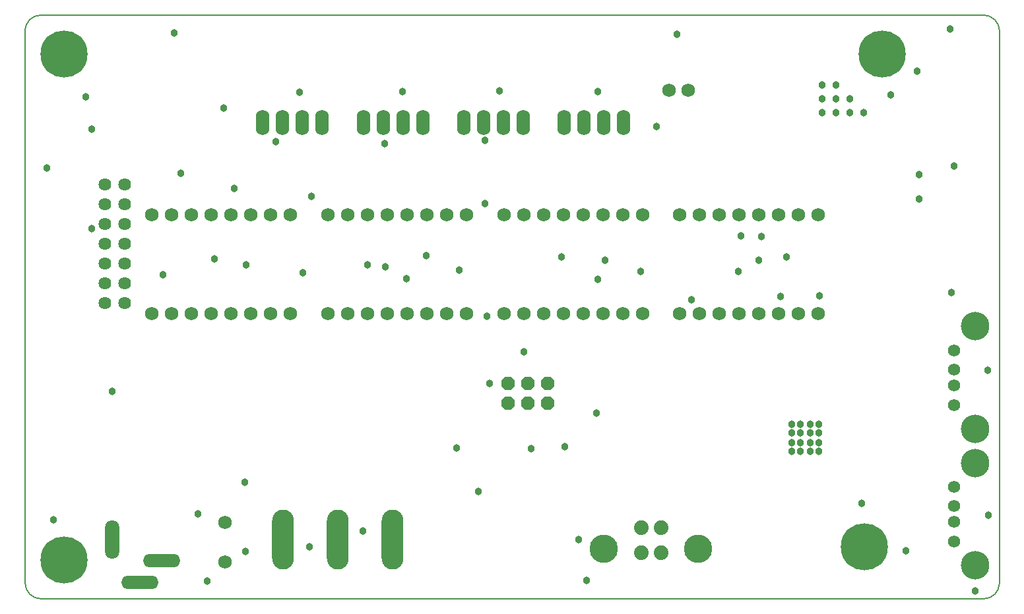
<source format=gbs>
%FSLAX23Y23*%
%MOIN*%
G70*
G01*
G75*
G04 Layer_Color=16711935*
%ADD10C,0.008*%
%ADD11C,0.020*%
%ADD12C,0.010*%
%ADD13C,0.030*%
%ADD14R,0.048X0.048*%
%ADD15R,0.048X0.048*%
%ADD16R,0.071X0.048*%
%ADD17R,0.048X0.071*%
%ADD18R,0.087X0.024*%
%ADD19R,0.038X0.012*%
%ADD20R,0.012X0.038*%
%ADD21R,0.173X0.173*%
%ADD22R,0.060X0.020*%
%ADD23R,0.020X0.060*%
%ADD24R,0.022X0.048*%
%ADD25R,0.016X0.060*%
%ADD26R,0.150X0.082*%
%ADD27R,0.350X0.450*%
%ADD28R,0.083X0.052*%
%ADD29R,0.040X0.044*%
%ADD30R,0.044X0.040*%
%ADD31R,0.024X0.087*%
%ADD32R,0.046X0.021*%
%ADD33R,0.178X0.052*%
%ADD34R,0.154X0.071*%
%ADD35R,0.052X0.178*%
%ADD36R,0.071X0.154*%
%ADD37R,0.056X0.119*%
%ADD38R,0.043X0.042*%
%ADD39R,0.042X0.043*%
%ADD40R,0.060X0.079*%
%ADD41R,0.119X0.056*%
%ADD42R,0.079X0.048*%
%ADD43C,0.040*%
%ADD44C,0.012*%
%ADD45C,0.015*%
%ADD46C,0.006*%
%ADD47O,0.060X0.120*%
%ADD48C,0.054*%
%ADD49C,0.137*%
%ADD50C,0.060*%
%ADD51O,0.102X0.295*%
%ADD52O,0.181X0.059*%
%ADD53O,0.063X0.189*%
%ADD54C,0.066*%
%ADD55C,0.135*%
%ADD56P,0.065X8X22.5*%
%ADD57C,0.230*%
%ADD58C,0.056*%
%ADD59C,0.030*%
%ADD60C,0.040*%
%ADD61C,0.000*%
%ADD62C,0.004*%
%ADD63C,0.005*%
%ADD64R,0.006X0.012*%
%ADD65R,0.006X0.012*%
%ADD66R,0.012X0.012*%
%ADD67R,0.008X0.008*%
%ADD68R,0.098X0.056*%
%ADD69R,0.056X0.056*%
%ADD70R,0.056X0.056*%
%ADD71R,0.079X0.056*%
%ADD72R,0.056X0.079*%
%ADD73R,0.095X0.032*%
%ADD74R,0.046X0.020*%
%ADD75R,0.020X0.046*%
%ADD76R,0.181X0.181*%
%ADD77R,0.068X0.028*%
%ADD78R,0.028X0.068*%
%ADD79R,0.030X0.056*%
%ADD80R,0.024X0.068*%
%ADD81R,0.158X0.090*%
%ADD82R,0.358X0.458*%
%ADD83R,0.091X0.060*%
%ADD84R,0.048X0.052*%
%ADD85R,0.052X0.048*%
%ADD86R,0.032X0.095*%
%ADD87R,0.054X0.029*%
%ADD88R,0.186X0.060*%
%ADD89R,0.162X0.079*%
%ADD90R,0.060X0.186*%
%ADD91R,0.079X0.162*%
%ADD92R,0.064X0.127*%
%ADD93R,0.051X0.050*%
%ADD94R,0.050X0.051*%
%ADD95R,0.068X0.087*%
%ADD96R,0.127X0.064*%
%ADD97R,0.087X0.056*%
%ADD98O,0.068X0.128*%
%ADD99C,0.062*%
%ADD100C,0.144*%
%ADD101C,0.068*%
%ADD102O,0.110X0.303*%
%ADD103O,0.189X0.067*%
%ADD104O,0.071X0.197*%
%ADD105C,0.074*%
%ADD106C,0.143*%
%ADD107P,0.074X8X22.5*%
%ADD108C,0.238*%
%ADD109C,0.064*%
%ADD110C,0.038*%
D46*
X79Y2953D02*
G03*
X0Y2875I-1J-79D01*
G01*
X4922D02*
G03*
X4843Y2953I-79J-1D01*
G01*
Y0D02*
G03*
X4922Y79I0J79D01*
G01*
X0D02*
G03*
X79Y0I79J0D01*
G01*
Y2953D02*
X4843D01*
X4922Y79D02*
Y2875D01*
X79Y0D02*
X4843D01*
X0Y79D02*
Y2875D01*
D98*
X2516Y2411D02*
D03*
X2416D02*
D03*
X2316D02*
D03*
X2216D02*
D03*
X2008D02*
D03*
X1908D02*
D03*
X1808D02*
D03*
X1708D02*
D03*
X1500D02*
D03*
X1400D02*
D03*
X1300D02*
D03*
X1200D02*
D03*
X3024D02*
D03*
X2924D02*
D03*
X2824D02*
D03*
X2724D02*
D03*
D99*
X4693Y981D02*
D03*
Y1079D02*
D03*
Y1158D02*
D03*
Y1257D02*
D03*
Y290D02*
D03*
Y388D02*
D03*
Y468D02*
D03*
Y566D02*
D03*
D100*
X4800Y1378D02*
D03*
Y860D02*
D03*
Y687D02*
D03*
Y169D02*
D03*
D101*
X3118Y1942D02*
D03*
X3018D02*
D03*
X2918D02*
D03*
X2818D02*
D03*
X2718D02*
D03*
X2618D02*
D03*
X2518D02*
D03*
X2418D02*
D03*
Y1442D02*
D03*
X2518D02*
D03*
X2618D02*
D03*
X2718D02*
D03*
X2818D02*
D03*
X2918D02*
D03*
X3018D02*
D03*
X3118D02*
D03*
X2230Y1942D02*
D03*
X2130D02*
D03*
X2030D02*
D03*
X1930D02*
D03*
X1830D02*
D03*
X1730D02*
D03*
X1630D02*
D03*
X1530D02*
D03*
Y1442D02*
D03*
X1630D02*
D03*
X1730D02*
D03*
X1830D02*
D03*
X1930D02*
D03*
X2030D02*
D03*
X2130D02*
D03*
X2230D02*
D03*
X1341Y1944D02*
D03*
X1241D02*
D03*
X1141D02*
D03*
X1041D02*
D03*
X941D02*
D03*
X841D02*
D03*
X741D02*
D03*
X641D02*
D03*
Y1444D02*
D03*
X741D02*
D03*
X841D02*
D03*
X941D02*
D03*
X1041D02*
D03*
X1141D02*
D03*
X1241D02*
D03*
X1341D02*
D03*
X4006Y1942D02*
D03*
X3906D02*
D03*
X3806D02*
D03*
X3706D02*
D03*
X3606D02*
D03*
X3506D02*
D03*
X3406D02*
D03*
X3306D02*
D03*
Y1442D02*
D03*
X3406D02*
D03*
X3506D02*
D03*
X3606D02*
D03*
X3706D02*
D03*
X3806D02*
D03*
X3906D02*
D03*
X4006D02*
D03*
X1010Y187D02*
D03*
Y387D02*
D03*
X3252Y2574D02*
D03*
X3350D02*
D03*
D102*
X1857Y300D02*
D03*
X1580D02*
D03*
X1303D02*
D03*
D103*
X689Y194D02*
D03*
X579Y83D02*
D03*
D104*
X441Y300D02*
D03*
D105*
X3212Y233D02*
D03*
Y359D02*
D03*
X3114D02*
D03*
Y233D02*
D03*
D106*
X2924Y253D02*
D03*
X3398D02*
D03*
D107*
X2640Y1090D02*
D03*
Y990D02*
D03*
X2540Y1090D02*
D03*
Y990D02*
D03*
X2440Y1090D02*
D03*
Y990D02*
D03*
D108*
X4331Y2756D02*
D03*
X197D02*
D03*
X4238Y263D02*
D03*
X197Y197D02*
D03*
D109*
X403Y2097D02*
D03*
X503D02*
D03*
X403Y1997D02*
D03*
X503D02*
D03*
X403Y1897D02*
D03*
X503D02*
D03*
X403Y1797D02*
D03*
X503D02*
D03*
X403Y1697D02*
D03*
X503D02*
D03*
X403Y1597D02*
D03*
X503D02*
D03*
X403Y1497D02*
D03*
X503D02*
D03*
D110*
X3965Y839D02*
D03*
X2887Y941D02*
D03*
X441Y1048D02*
D03*
X2178Y764D02*
D03*
X3366Y1514D02*
D03*
X4014Y1532D02*
D03*
X3816Y1529D02*
D03*
X2322Y2319D02*
D03*
X1815Y2302D02*
D03*
X1057Y2077D02*
D03*
X1265Y2314D02*
D03*
X1730Y1688D02*
D03*
X1818Y1678D02*
D03*
X335Y1872D02*
D03*
X2519Y1250D02*
D03*
X2346Y1088D02*
D03*
X2727Y768D02*
D03*
X873Y430D02*
D03*
X335Y2377D02*
D03*
X1002Y2484D02*
D03*
X753Y2862D02*
D03*
X1385Y2562D02*
D03*
X1907Y2567D02*
D03*
X2396Y2569D02*
D03*
X2894Y2567D02*
D03*
X3292Y2857D02*
D03*
X3190Y2389D02*
D03*
X1445Y2036D02*
D03*
X2322Y1998D02*
D03*
X4225Y483D02*
D03*
X2556Y759D02*
D03*
X111Y2179D02*
D03*
X144Y401D02*
D03*
X1707Y344D02*
D03*
X1436Y263D02*
D03*
X2837Y94D02*
D03*
X2796Y301D02*
D03*
X4515Y2146D02*
D03*
X4507Y2668D02*
D03*
X4672Y2883D02*
D03*
X4372Y2551D02*
D03*
X3847Y1731D02*
D03*
X3705Y1712D02*
D03*
X3604Y1655D02*
D03*
X3109D02*
D03*
X2894Y1617D02*
D03*
X2708Y1731D02*
D03*
X2027Y1736D02*
D03*
X1402Y1650D02*
D03*
X2194Y1664D02*
D03*
X306Y2541D02*
D03*
X2334Y1429D02*
D03*
X4799Y41D02*
D03*
X4865Y423D02*
D03*
X4864Y1155D02*
D03*
X957Y1720D02*
D03*
X4448Y243D02*
D03*
X4516Y2024D02*
D03*
X4680Y1550D02*
D03*
X4692Y2188D02*
D03*
X2931Y1712D02*
D03*
X1925Y1618D02*
D03*
X787Y2153D02*
D03*
X697Y1641D02*
D03*
X1115Y1690D02*
D03*
X1110Y589D02*
D03*
X918Y89D02*
D03*
X1112Y239D02*
D03*
X3872Y839D02*
D03*
X3917D02*
D03*
X4010D02*
D03*
X3872Y791D02*
D03*
X3917D02*
D03*
X4010D02*
D03*
X3965D02*
D03*
X3872Y746D02*
D03*
X3917D02*
D03*
X4010D02*
D03*
X3965D02*
D03*
Y884D02*
D03*
X4010D02*
D03*
X3917D02*
D03*
X3872D02*
D03*
X4165Y2530D02*
D03*
Y2460D02*
D03*
X4235D02*
D03*
X4025D02*
D03*
X4095D02*
D03*
X4025Y2530D02*
D03*
X4095D02*
D03*
Y2600D02*
D03*
X4025D02*
D03*
X3720Y1834D02*
D03*
X3616Y1836D02*
D03*
X2290Y544D02*
D03*
M02*

</source>
